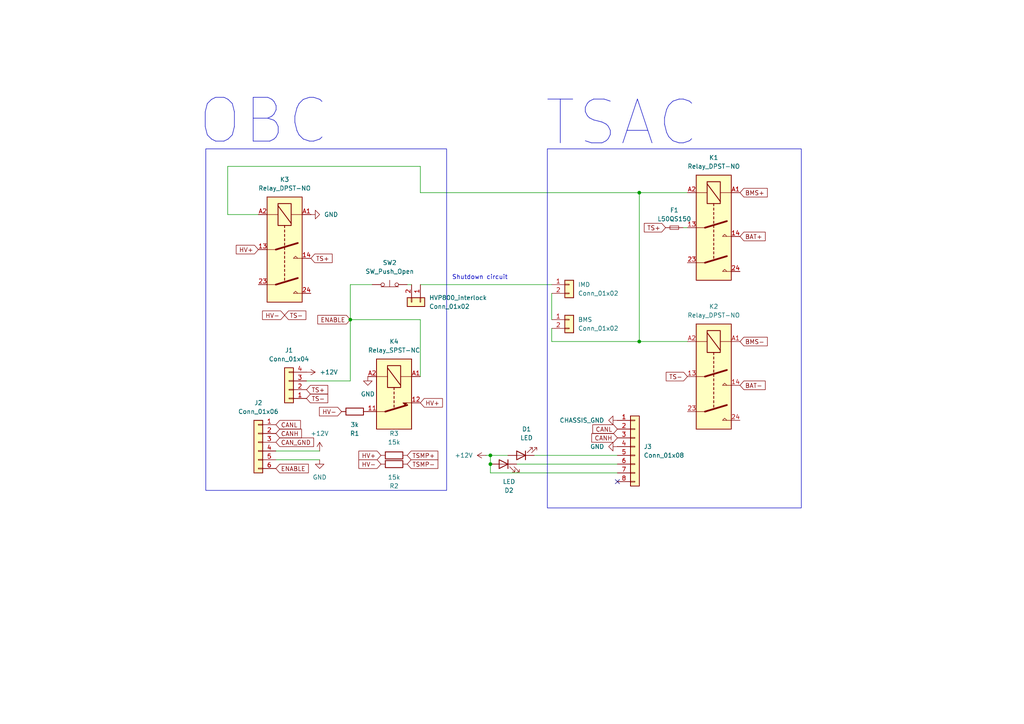
<source format=kicad_sch>
(kicad_sch (version 20250114) (generator "eeschema") (generator_version "9.0")
  (paper "A4")
  (lib_symbols
    (symbol "Connector_Generic:Conn_01x02" (pin_names (offset 1.016) (hide yes))
      (property "Reference" "J" (at 0 2.54 0))
      (property "Value" "Conn_01x02" (at 0 -5.08 0))
      (symbol "Conn_01x02_1_1"
        (rectangle (start -1.27 1.27) (end 1.27 -3.81) (stroke (width 0.254)) (fill (type background)))
        (rectangle (start -1.27 0.127) (end 0 -0.127) (stroke (width 0.1524)))
        (rectangle (start -1.27 -2.413) (end 0 -2.667) (stroke (width 0.1524)))
        (pin passive line (at -5.08 0 0) (length 3.81) (name "Pin_1") (number "1"))
        (pin passive line (at -5.08 -2.54 0) (length 3.81) (name "Pin_2") (number "2"))
      )
    )
    (symbol "Connector_Generic:Conn_01x04" (pin_names (offset 1.016) (hide yes))
      (property "Reference" "J" (at 0 5.08 0))
      (property "Value" "Conn_01x04" (at 0 -7.62 0))
      (symbol "Conn_01x04_1_1"
        (rectangle (start -1.27 3.81) (end 1.27 -6.35) (stroke (width 0.254)) (fill (type background)))
        (rectangle (start -1.27 2.667) (end 0 2.413) (stroke (width 0.1524)))
        (rectangle (start -1.27 0.127) (end 0 -0.127) (stroke (width 0.1524)))
        (rectangle (start -1.27 -2.413) (end 0 -2.667) (stroke (width 0.1524)))
        (rectangle (start -1.27 -4.953) (end 0 -5.207) (stroke (width 0.1524)))
        (pin passive line (at -5.08 2.54 0) (length 3.81) (name "Pin_1") (number "1"))
        (pin passive line (at -5.08 0 0) (length 3.81) (name "Pin_2") (number "2"))
        (pin passive line (at -5.08 -2.54 0) (length 3.81) (name "Pin_3") (number "3"))
        (pin passive line (at -5.08 -5.08 0) (length 3.81) (name "Pin_4") (number "4"))
      )
    )
    (symbol "Connector_Generic:Conn_01x06" (pin_names (offset 1.016) (hide yes))
      (property "Reference" "J" (at 0 7.62 0))
      (property "Value" "Conn_01x06" (at 0 -10.16 0))
      (symbol "Conn_01x06_1_1"
        (rectangle (start -1.27 6.35) (end 1.27 -8.89) (stroke (width 0.254)) (fill (type background)))
        (rectangle (start -1.27 5.207) (end 0 4.953) (stroke (width 0.1524)))
        (rectangle (start -1.27 2.667) (end 0 2.413) (stroke (width 0.1524)))
        (rectangle (start -1.27 0.127) (end 0 -0.127) (stroke (width 0.1524)))
        (rectangle (start -1.27 -2.413) (end 0 -2.667) (stroke (width 0.1524)))
        (rectangle (start -1.27 -4.953) (end 0 -5.207) (stroke (width 0.1524)))
        (rectangle (start -1.27 -7.493) (end 0 -7.747) (stroke (width 0.1524)))
        (pin passive line (at -5.08 5.08 0) (length 3.81) (name "Pin_1") (number "1"))
        (pin passive line (at -5.08 2.54 0) (length 3.81) (name "Pin_2") (number "2"))
        (pin passive line (at -5.08 0 0) (length 3.81) (name "Pin_3") (number "3"))
        (pin passive line (at -5.08 -2.54 0) (length 3.81) (name "Pin_4") (number "4"))
        (pin passive line (at -5.08 -5.08 0) (length 3.81) (name "Pin_5") (number "5"))
        (pin passive line (at -5.08 -7.62 0) (length 3.81) (name "Pin_6") (number "6"))
      )
    )
    (symbol "Connector_Generic:Conn_01x08" (pin_names (offset 1.016) (hide yes))
      (property "Reference" "J" (at 0 10.16 0))
      (property "Value" "Conn_01x08" (at 0 -12.7 0))
      (symbol "Conn_01x08_1_1"
        (rectangle (start -1.27 8.89) (end 1.27 -11.43) (stroke (width 0.254)) (fill (type background)))
        (rectangle (start -1.27 7.747) (end 0 7.493) (stroke (width 0.1524)))
        (rectangle (start -1.27 5.207) (end 0 4.953) (stroke (width 0.1524)))
        (rectangle (start -1.27 2.667) (end 0 2.413) (stroke (width 0.1524)))
        (rectangle (start -1.27 0.127) (end 0 -0.127) (stroke (width 0.1524)))
        (rectangle (start -1.27 -2.413) (end 0 -2.667) (stroke (width 0.1524)))
        (rectangle (start -1.27 -4.953) (end 0 -5.207) (stroke (width 0.1524)))
        (rectangle (start -1.27 -7.493) (end 0 -7.747) (stroke (width 0.1524)))
        (rectangle (start -1.27 -10.033) (end 0 -10.287) (stroke (width 0.1524)))
        (pin passive line (at -5.08 7.62 0) (length 3.81) (name "Pin_1") (number "1"))
        (pin passive line (at -5.08 5.08 0) (length 3.81) (name "Pin_2") (number "2"))
        (pin passive line (at -5.08 2.54 0) (length 3.81) (name "Pin_3") (number "3"))
        (pin passive line (at -5.08 0 0) (length 3.81) (name "Pin_4") (number "4"))
        (pin passive line (at -5.08 -2.54 0) (length 3.81) (name "Pin_5") (number "5"))
        (pin passive line (at -5.08 -5.08 0) (length 3.81) (name "Pin_6") (number "6"))
        (pin passive line (at -5.08 -7.62 0) (length 3.81) (name "Pin_7") (number "7"))
        (pin passive line (at -5.08 -10.16 0) (length 3.81) (name "Pin_8") (number "8"))
      )
    )
    (symbol "Device:Fuse_Small" (pin_numbers (hide yes)) (pin_names (offset 0.254) (hide yes))
      (property "Reference" "F" (at 0 -1.524 0))
      (property "Value" "Fuse_Small" (at 0 1.524 0))
      (symbol "Fuse_Small_0_1"
        (rectangle (start -1.27 0.508) (end 1.27 -0.508))
        (polyline (pts (xy -1.27 0) (xy 1.27 0)))
      )
      (symbol "Fuse_Small_1_1"
        (pin passive line (at -2.54 0 0) (length 1.27) (name "~") (number "1"))
        (pin passive line (at 2.54 0 180) (length 1.27) (name "~") (number "2"))
      )
    )
    (symbol "Device:LED" (pin_numbers (hide yes)) (pin_names (offset 1.016) (hide yes))
      (property "Reference" "D" (at 0 2.54 0))
      (property "Value" "LED" (at 0 -2.54 0))
      (symbol "LED_0_1"
        (polyline (pts (xy -3.048 -0.762) (xy -4.572 -2.286) (xy -3.81 -2.286) (xy -4.572 -2.286) (xy -4.572 -1.524)))
        (polyline (pts (xy -1.778 -0.762) (xy -3.302 -2.286) (xy -2.54 -2.286) (xy -3.302 -2.286) (xy -3.302 -1.524)))
        (polyline (pts (xy -1.27 0) (xy 1.27 0)))
        (polyline (pts (xy -1.27 -1.27) (xy -1.27 1.27)) (stroke (width 0.254)))
        (polyline (pts (xy 1.27 -1.27) (xy 1.27 1.27) (xy -1.27 0) (xy 1.27 -1.27)) (stroke (width 0.254)))
      )
      (symbol "LED_1_1"
        (pin passive line (at -3.81 0 0) (length 2.54) (name "K") (number "1"))
        (pin passive line (at 3.81 0 180) (length 2.54) (name "A") (number "2"))
      )
    )
    (symbol "Device:R" (pin_numbers (hide yes)) (pin_names (offset 0))
      (property "Reference" "R" (at 2.032 0 90))
      (property "Value" "R" (at 0 0 90))
      (symbol "R_0_1"
        (rectangle (start -1.016 -2.54) (end 1.016 2.54) (stroke (width 0.254)))
      )
      (symbol "R_1_1"
        (pin passive line (at 0 3.81 270) (length 1.27) (name "~") (number "1"))
        (pin passive line (at 0 -3.81 90) (length 1.27) (name "~") (number "2"))
      )
    )
    (symbol "Relay:Relay_DPST-NO"
      (property "Reference" "K" (at 16.51 3.81 0))
      (property "Value" "Relay_DPST-NO" (at 16.51 1.27 0))
      (symbol "Relay_DPST-NO_0_1"
        (rectangle (start -15.24 5.08) (end 15.24 -5.08) (stroke (width 0.254)) (fill (type background)))
        (rectangle (start -13.335 1.905) (end -6.985 -1.905) (stroke (width 0.254)))
        (polyline (pts (xy -12.7 -1.905) (xy -7.62 1.905)) (stroke (width 0.254)))
        (polyline (pts (xy -10.16 5.08) (xy -10.16 1.905)))
        (polyline (pts (xy -10.16 -5.08) (xy -10.16 -1.905)))
        (polyline (pts (xy -6.985 0) (xy -6.35 0)) (stroke (width 0.254)))
        (polyline (pts (xy -5.715 0) (xy -5.08 0)) (stroke (width 0.254)))
        (polyline (pts (xy -4.445 0) (xy -3.81 0)) (stroke (width 0.254)))
        (polyline (pts (xy -3.175 0) (xy -2.54 0)) (stroke (width 0.254)))
        (polyline (pts (xy -1.905 0) (xy -1.27 0)) (stroke (width 0.254)))
        (polyline (pts (xy -0.635 0) (xy 0 0)) (stroke (width 0.254)))
        (polyline (pts (xy 0 -2.54) (xy -1.905 3.81)) (stroke (width 0.508)))
        (polyline (pts (xy 0 -2.54) (xy 0 -5.08)))
        (polyline (pts (xy 0.635 0) (xy 1.27 0)) (stroke (width 0.254)))
        (polyline (pts (xy 1.905 0) (xy 2.54 0)) (stroke (width 0.254)))
        (polyline (pts (xy 2.54 5.08) (xy 2.54 2.54) (xy 1.905 3.175) (xy 2.54 3.81)))
        (polyline (pts (xy 3.175 0) (xy 3.81 0)) (stroke (width 0.254)))
        (polyline (pts (xy 4.445 0) (xy 5.08 0)) (stroke (width 0.254)))
        (polyline (pts (xy 5.715 0) (xy 6.35 0)) (stroke (width 0.254)))
        (polyline (pts (xy 6.985 0) (xy 7.62 0)) (stroke (width 0.254)))
        (polyline (pts (xy 8.255 0) (xy 8.89 0)) (stroke (width 0.254)))
        (polyline (pts (xy 10.16 -2.54) (xy 8.255 3.81)) (stroke (width 0.508)))
        (polyline (pts (xy 10.16 -2.54) (xy 10.16 -5.08)))
        (polyline (pts (xy 12.7 5.08) (xy 12.7 2.54) (xy 12.065 3.175) (xy 12.7 3.81)))
      )
      (symbol "Relay_DPST-NO_1_1"
        (pin passive line (at -10.16 7.62 270) (length 2.54) (name "~") (number "A1"))
        (pin passive line (at -10.16 -7.62 90) (length 2.54) (name "~") (number "A2"))
        (pin passive line (at 0 -7.62 90) (length 2.54) (name "~") (number "13"))
        (pin passive line (at 2.54 7.62 270) (length 2.54) (name "~") (number "14"))
        (pin passive line (at 10.16 -7.62 90) (length 2.54) (name "~") (number "23"))
        (pin passive line (at 12.7 7.62 270) (length 2.54) (name "~") (number "24"))
      )
    )
    (symbol "Relay:Relay_SPST-NC"
      (property "Reference" "K" (at 11.43 3.81 0))
      (property "Value" "Relay_SPST-NC" (at 11.43 1.27 0))
      (symbol "Relay_SPST-NC_0_1"
        (rectangle (start -8.255 1.905) (end -1.905 -1.905) (stroke (width 0.254)))
        (polyline (pts (xy -7.62 -1.905) (xy -2.54 1.905)) (stroke (width 0.254)))
        (polyline (pts (xy -5.08 5.08) (xy -5.08 1.905)))
        (polyline (pts (xy -5.08 -5.08) (xy -5.08 -1.905)))
        (polyline (pts (xy -1.905 0) (xy -1.27 0)) (stroke (width 0.254)))
        (polyline (pts (xy -0.635 0) (xy 0 0)) (stroke (width 0.254)))
        (polyline (pts (xy 0.635 0) (xy 1.27 0)) (stroke (width 0.254)))
        (polyline (pts (xy 1.905 0) (xy 2.54 0)) (stroke (width 0.254)))
        (polyline (pts (xy 2.54 5.08) (xy 2.54 2.54) (xy 3.175 3.175) (xy 2.54 3.81)) (fill (type outline)))
        (polyline (pts (xy 3.175 0) (xy 3.81 0)) (stroke (width 0.254)))
        (polyline (pts (xy 5.08 -2.54) (xy 3.175 3.81)) (stroke (width 0.508)))
        (polyline (pts (xy 5.08 -2.54) (xy 5.08 -5.08)))
      )
      (symbol "Relay_SPST-NC_1_1"
        (rectangle (start -10.16 5.08) (end 10.16 -5.08) (stroke (width 0.254)) (fill (type background)))
        (pin passive line (at -5.08 7.62 270) (length 2.54) (name "~") (number "A1"))
        (pin passive line (at -5.08 -7.62 90) (length 2.54) (name "~") (number "A2"))
        (pin passive line (at 2.54 7.62 270) (length 2.54) (name "~") (number "12"))
        (pin passive line (at 5.08 -7.62 90) (length 2.54) (name "~") (number "11"))
      )
    )
    (symbol "Switch:SW_Push_Open" (pin_numbers (hide yes)) (pin_names (offset 1.016) (hide yes))
      (property "Reference" "SW" (at 0 2.54 0))
      (property "Value" "SW_Push_Open" (at 0 -1.905 0))
      (symbol "SW_Push_Open_0_1"
        (polyline (pts (xy -2.54 -0.635) (xy 2.54 -0.635)))
        (circle (center -2.032 0) (radius 0.508))
        (polyline (pts (xy 0 -0.635) (xy 0 1.27)))
        (circle (center 2.032 0) (radius 0.508))
        (pin passive line (at -5.08 0 0) (length 2.54) (name "A") (number "1"))
      )
      (symbol "SW_Push_Open_1_1"
        (pin passive line (at 5.08 0 180) (length 2.54) (name "B") (number "2"))
      )
    )
    (symbol "power:+12V" (power) (pin_numbers (hide yes)) (pin_names (offset 0) (hide yes))
      (property "Value" "+12V" (at 0 3.556 0))
      (symbol "+12V_0_1"
        (polyline (pts (xy -0.762 1.27) (xy 0 2.54)))
        (polyline (pts (xy 0 2.54) (xy 0.762 1.27)))
        (polyline (pts (xy 0 0) (xy 0 2.54)))
      )
      (symbol "+12V_1_1"
        (pin power_in line (at 0 0 90) (length 0) (name "~") (number "1"))
      )
    )
    (symbol "power:GND" (power) (pin_numbers (hide yes)) (pin_names (offset 0) (hide yes))
      (property "Value" "GND" (at 0 -3.81 0))
      (symbol "GND_0_1"
        (polyline (pts (xy 0 0) (xy 0 -1.27) (xy 1.27 -1.27) (xy 0 -2.54) (xy -1.27 -1.27) (xy 0 -1.27)))
      )
      (symbol "GND_1_1"
        (pin power_in line (at 0 0 270) (length 0) (name "~") (number "1"))
      )
    )
  )
  (rectangle (start 59.69 43.18) (end 129.54 142.24))
  (rectangle (start 158.75 43.18) (end 232.41 147.32))
  (text "Shutdown circuit" (at 139.192 80.518 0) (effects (font (size 1.27 1.27))))
  (text "TSAC" (at 180.34 35.814 0) (effects (font (size 12.7 12.7))))
  (text "OBC" (at 76.454 35.306 0) (effects (font (size 12.7 12.7))))
  (junction (at 142.24 134.62))
  (junction (at 185.42 55.88))
  (junction (at 142.24 132.08))
  (junction (at 185.42 99.06))
  (junction (at 101.6 92.71))
  (no_connect (at 179.07 139.7))
  (wire (pts (xy 179.07 137.16) (xy 142.24 137.16)))
  (wire (pts (xy 80.01 133.35) (xy 92.71 133.35)))
  (wire (pts (xy 66.04 48.26) (xy 66.04 62.23)))
  (wire (pts (xy 121.92 109.22) (xy 121.92 92.71)))
  (wire (pts (xy 80.01 130.81) (xy 92.71 130.81)))
  (wire (pts (xy 101.6 92.71) (xy 101.6 82.55)))
  (wire (pts (xy 142.24 137.16) (xy 142.24 134.62)))
  (wire (pts (xy 185.42 99.06) (xy 199.39 99.06)))
  (wire (pts (xy 154.94 132.08) (xy 179.07 132.08)))
  (wire (pts (xy 121.92 82.55) (xy 160.02 82.55)))
  (wire (pts (xy 101.6 82.55) (xy 107.95 82.55)))
  (wire (pts (xy 88.9 110.49) (xy 101.6 110.49)))
  (wire (pts (xy 121.92 55.88) (xy 185.42 55.88)))
  (wire (pts (xy 121.92 92.71) (xy 101.6 92.71)))
  (wire (pts (xy 121.92 55.88) (xy 121.92 48.26)))
  (wire (pts (xy 160.02 95.25) (xy 160.02 99.06)))
  (wire (pts (xy 142.24 132.08) (xy 147.32 132.08)))
  (wire (pts (xy 66.04 62.23) (xy 74.93 62.23)))
  (wire (pts (xy 160.02 99.06) (xy 185.42 99.06)))
  (wire (pts (xy 198.12 66.04) (xy 199.39 66.04)))
  (wire (pts (xy 185.42 55.88) (xy 199.39 55.88)))
  (wire (pts (xy 118.11 82.55) (xy 119.38 82.55)))
  (wire (pts (xy 142.24 132.08) (xy 142.24 134.62)))
  (wire (pts (xy 160.02 85.09) (xy 160.02 92.71)))
  (wire (pts (xy 121.92 48.26) (xy 66.04 48.26)))
  (wire (pts (xy 185.42 55.88) (xy 185.42 99.06)))
  (wire (pts (xy 140.97 132.08) (xy 142.24 132.08)))
  (wire (pts (xy 101.6 110.49) (xy 101.6 92.71)))
  (wire (pts (xy 149.86 134.62) (xy 179.07 134.62)))
  (global_label "CANH" (shape input) (at 179.07 127 180) (property "Intersheetrefs" "${INTERSHEET_REFS}" (effects (hide yes))))
  (global_label "BMS+" (shape input) (at 214.63 55.88 0) (property "Intersheetrefs" "${INTERSHEET_REFS}" (effects (hide yes))))
  (global_label "CAN_GND" (shape input) (at 80.01 128.27 0) (property "Intersheetrefs" "${INTERSHEET_REFS}" (effects (hide yes))))
  (global_label "HV+" (shape input) (at 74.93 72.39 180) (property "Intersheetrefs" "${INTERSHEET_REFS}" (effects (hide yes))))
  (global_label "TS-" (shape input) (at 82.55 91.44 0) (property "Intersheetrefs" "${INTERSHEET_REFS}" (effects (hide yes))))
  (global_label "TSMP-" (shape input) (at 118.11 134.62 0) (property "Intersheetrefs" "${INTERSHEET_REFS}" (effects (hide yes))))
  (global_label "TS-" (shape input) (at 88.9 115.57 0) (property "Intersheetrefs" "${INTERSHEET_REFS}" (effects (hide yes))))
  (global_label "TS+" (shape input) (at 193.04 66.04 180) (property "Intersheetrefs" "${INTERSHEET_REFS}" (effects (hide yes))))
  (global_label "CANL" (shape input) (at 179.07 124.46 180) (property "Intersheetrefs" "${INTERSHEET_REFS}" (effects (hide yes))))
  (global_label "HV+" (shape input) (at 121.92 116.84 0) (property "Intersheetrefs" "${INTERSHEET_REFS}" (effects (hide yes))))
  (global_label "TS-" (shape input) (at 199.39 109.22 180) (property "Intersheetrefs" "${INTERSHEET_REFS}" (effects (hide yes))))
  (global_label "HV-" (shape input) (at 82.55 91.44 180) (property "Intersheetrefs" "${INTERSHEET_REFS}" (effects (hide yes))))
  (global_label "HV-" (shape input) (at 110.49 134.62 180) (property "Intersheetrefs" "${INTERSHEET_REFS}" (effects (hide yes))))
  (global_label "TS+" (shape input) (at 90.17 74.93 0) (property "Intersheetrefs" "${INTERSHEET_REFS}" (effects (hide yes))))
  (global_label "HV-" (shape input) (at 99.06 119.38 180) (property "Intersheetrefs" "${INTERSHEET_REFS}" (effects (hide yes))))
  (global_label "BAT+" (shape input) (at 214.63 68.58 0) (property "Intersheetrefs" "${INTERSHEET_REFS}" (effects (hide yes))))
  (global_label "TS+" (shape input) (at 88.9 113.03 0) (property "Intersheetrefs" "${INTERSHEET_REFS}" (effects (hide yes))))
  (global_label "TSMP+" (shape input) (at 118.11 132.08 0) (property "Intersheetrefs" "${INTERSHEET_REFS}" (effects (hide yes))))
  (global_label "CANH" (shape input) (at 80.01 125.73 0) (property "Intersheetrefs" "${INTERSHEET_REFS}" (effects (hide yes))))
  (global_label "HV+" (shape input) (at 110.49 132.08 180) (property "Intersheetrefs" "${INTERSHEET_REFS}" (effects (hide yes))))
  (global_label "CANL" (shape input) (at 80.01 123.19 0) (property "Intersheetrefs" "${INTERSHEET_REFS}" (effects (hide yes))))
  (global_label "BMS-" (shape input) (at 214.63 99.06 0) (property "Intersheetrefs" "${INTERSHEET_REFS}" (effects (hide yes))))
  (global_label "ENABLE" (shape input) (at 101.6 92.71 180) (property "Intersheetrefs" "${INTERSHEET_REFS}" (effects (hide yes))))
  (global_label "ENABLE" (shape input) (at 80.01 135.89 0) (property "Intersheetrefs" "${INTERSHEET_REFS}" (effects (hide yes))))
  (global_label "BAT-" (shape input) (at 214.63 111.76 0) (property "Intersheetrefs" "${INTERSHEET_REFS}" (effects (hide yes))))
  (symbol (lib_id "power:GND") (at 92.71 133.35 0) (unit 1)
    (property "Reference" "#PWR04" (effects (hide yes)))
    (property "Value" "GND" (at 92.71 138.43 0))
    (property "Description" "Power symbol creates a global label with name \"GND\" , ground" (effects (hide yes)))
  )
  (symbol (lib_id "Relay:Relay_DPST-NO") (at 82.55 72.39 270) (unit 1)
    (property "Reference" "K3" (at 82.55 52.07 90))
    (property "Value" "Relay_DPST-NO" (at 82.55 54.61 90))
    (property "Description" "Relay DPST, monostable, normally open, EN50005" (effects (hide yes)))
  )
  (symbol (lib_id "power:+12V") (at 140.97 132.08 90) (unit 1)
    (property "Reference" "#PWR07" (effects (hide yes)))
    (property "Value" "+12V" (at 137.16 132.0799 90) (effects (justify left)))
    (property "Description" "Power symbol creates a global label with name \"+12V\"" (effects (hide yes)))
  )
  (symbol (lib_id "Device:R") (at 114.3 134.62 270) (unit 1)
    (property "Reference" "R2" (at 114.3 140.97 90))
    (property "Value" "15k" (at 114.3 138.43 90))
    (property "Description" "Resistor" (effects (hide yes)))
  )
  (symbol (lib_id "Device:LED") (at 151.13 132.08 180) (unit 1)
    (property "Reference" "D1" (at 152.7175 124.46 0))
    (property "Value" "LED" (at 152.7175 127 0))
    (property "Description" "Light emitting diode" (effects (hide yes)))
    (property "Sim.Pins" "1=K 2=A" (effects (hide yes)))
  )
  (symbol (lib_id "Connector_Generic:Conn_01x02") (at 165.1 82.55 0) (unit 1)
    (property "Reference" "IMD" (at 167.64 82.5499 0) (effects (justify left)))
    (property "Value" "Conn_01x02" (at 167.64 85.0899 0) (effects (justify left)))
    (property "Description" "Generic connector, single row, 01x02, script generated (kicad-library-utils/schlib/autogen/connector/)" (effects (hide yes)))
  )
  (symbol (lib_id "power:+12V") (at 92.71 130.81 0) (unit 1)
    (property "Reference" "#PWR02" (effects (hide yes)))
    (property "Value" "+12V" (at 92.71 125.73 0))
    (property "Description" "Power symbol creates a global label with name \"+12V\"" (effects (hide yes)))
  )
  (symbol (lib_id "Device:LED") (at 146.05 134.62 0) (mirror y) (unit 1)
    (property "Reference" "D2" (at 147.6375 142.24 0))
    (property "Value" "LED" (at 147.6375 139.7 0))
    (property "Description" "Light emitting diode" (effects (hide yes)))
    (property "Sim.Pins" "1=K 2=A" (effects (hide yes)))
  )
  (symbol (lib_id "Device:Fuse_Small") (at 195.58 66.04 0) (unit 1)
    (property "Reference" "F1" (at 195.58 60.96 0))
    (property "Value" "L50QS150" (at 195.58 63.5 0))
    (property "Description" "Fuse, small symbol" (effects (hide yes)))
  )
  (symbol (lib_id "power:GND") (at 90.17 62.23 90) (unit 1)
    (property "Reference" "#PWR03" (effects (hide yes)))
    (property "Value" "GND" (at 93.98 62.2299 90) (effects (justify right)))
    (property "Description" "Power symbol creates a global label with name \"GND\" , ground" (effects (hide yes)))
  )
  (symbol (lib_id "power:GND") (at 179.07 121.92 270) (unit 1)
    (property "Reference" "#PWR05" (effects (hide yes)))
    (property "Value" "CHASSIS_GND" (at 175.26 121.9199 90) (effects (justify right)))
    (property "Description" "Power symbol creates a global label with name \"GND\" , ground" (effects (hide yes)))
  )
  (symbol (lib_id "Relay:Relay_DPST-NO") (at 207.01 66.04 270) (unit 1)
    (property "Reference" "K1" (at 207.01 45.72 90))
    (property "Value" "Relay_DPST-NO" (at 207.01 48.26 90))
    (property "Description" "Relay DPST, monostable, normally open, EN50005" (effects (hide yes)))
  )
  (symbol (lib_id "Relay:Relay_SPST-NC") (at 114.3 114.3 270) (unit 1)
    (property "Reference" "K4" (at 114.3 99.06 90))
    (property "Value" "Relay_SPST-NC" (at 114.3 101.6 90))
    (property "Description" "Relay SPST, normally closed, EN50005" (effects (hide yes)))
  )
  (symbol (lib_id "Connector_Generic:Conn_01x06") (at 74.93 128.27 0) (mirror y) (unit 1)
    (property "Reference" "J2" (at 74.93 116.84 0))
    (property "Value" "Conn_01x06" (at 74.93 119.38 0))
    (property "Description" "Generic connector, single row, 01x06, script generated (kicad-library-utils/schlib/autogen/connector/)" (effects (hide yes)))
  )
  (symbol (lib_id "Device:R") (at 102.87 119.38 270) (unit 1)
    (property "Reference" "R1" (at 102.87 125.73 90))
    (property "Value" "3k" (at 102.87 123.19 90))
    (property "Description" "Resistor" (effects (hide yes)))
  )
  (symbol (lib_id "power:GND") (at 179.07 129.54 270) (unit 1)
    (property "Reference" "#PWR06" (effects (hide yes)))
    (property "Value" "GND" (at 175.26 129.5399 90) (effects (justify right)))
    (property "Description" "Power symbol creates a global label with name \"GND\" , ground" (effects (hide yes)))
  )
  (symbol (lib_id "Relay:Relay_DPST-NO") (at 207.01 109.22 270) (unit 1)
    (property "Reference" "K2" (at 207.01 88.9 90))
    (property "Value" "Relay_DPST-NO" (at 207.01 91.44 90))
    (property "Description" "Relay DPST, monostable, normally open, EN50005" (effects (hide yes)))
  )
  (symbol (lib_id "power:GND") (at 106.68 109.22 0) (unit 1)
    (property "Reference" "#PWR08" (effects (hide yes)))
    (property "Value" "GND" (at 106.68 114.3 0))
    (property "Description" "Power symbol creates a global label with name \"GND\" , ground" (effects (hide yes)))
  )
  (symbol (lib_id "Connector_Generic:Conn_01x08") (at 184.15 129.54 0) (unit 1)
    (property "Reference" "J3" (at 186.69 129.5399 0) (effects (justify left)))
    (property "Value" "Conn_01x08" (at 186.69 132.0799 0) (effects (justify left)))
    (property "Description" "Generic connector, single row, 01x08, script generated (kicad-library-utils/schlib/autogen/connector/)" (effects (hide yes)))
  )
  (symbol (lib_id "Switch:SW_Push_Open") (at 113.03 82.55 0) (unit 1)
    (property "Reference" "SW2" (at 113.03 76.2 0))
    (property "Value" "SW_Push_Open" (at 113.03 78.74 0))
    (property "Description" "Push button switch, push-to-open, generic, two pins" (effects (hide yes)))
  )
  (symbol (lib_id "Connector_Generic:Conn_01x02") (at 121.92 87.63 270) (unit 1)
    (property "Reference" "HVP800_interlock" (at 124.46 86.3599 90) (effects (justify left)))
    (property "Value" "Conn_01x02" (at 124.46 88.8999 90) (effects (justify left)))
    (property "Description" "Generic connector, single row, 01x02, script generated (kicad-library-utils/schlib/autogen/connector/)" (effects (hide yes)))
  )
  (symbol (lib_id "Connector_Generic:Conn_01x02") (at 165.1 92.71 0) (unit 1)
    (property "Reference" "BMS" (at 167.64 92.7099 0) (effects (justify left)))
    (property "Value" "Conn_01x02" (at 167.64 95.2499 0) (effects (justify left)))
    (property "Description" "Generic connector, single row, 01x02, script generated (kicad-library-utils/schlib/autogen/connector/)" (effects (hide yes)))
  )
  (symbol (lib_id "power:+12V") (at 88.9 107.95 270) (unit 1)
    (property "Reference" "#PWR01" (effects (hide yes)))
    (property "Value" "+12V" (at 92.71 107.9499 90) (effects (justify left)))
    (property "Description" "Power symbol creates a global label with name \"+12V\"" (effects (hide yes)))
  )
  (symbol (lib_id "Connector_Generic:Conn_01x04") (at 83.82 113.03 180) (unit 1)
    (property "Reference" "J1" (at 83.82 101.6 0))
    (property "Value" "Conn_01x04" (at 83.82 104.14 0))
    (property "Description" "Generic connector, single row, 01x04, script generated (kicad-library-utils/schlib/autogen/connector/)" (effects (hide yes)))
  )
  (symbol (lib_id "Device:R") (at 114.3 132.08 270) (mirror x) (unit 1)
    (property "Reference" "R3" (at 114.3 125.73 90))
    (property "Value" "15k" (at 114.3 128.27 90))
    (property "Description" "Resistor" (effects (hide yes)))
  )
)
</source>
